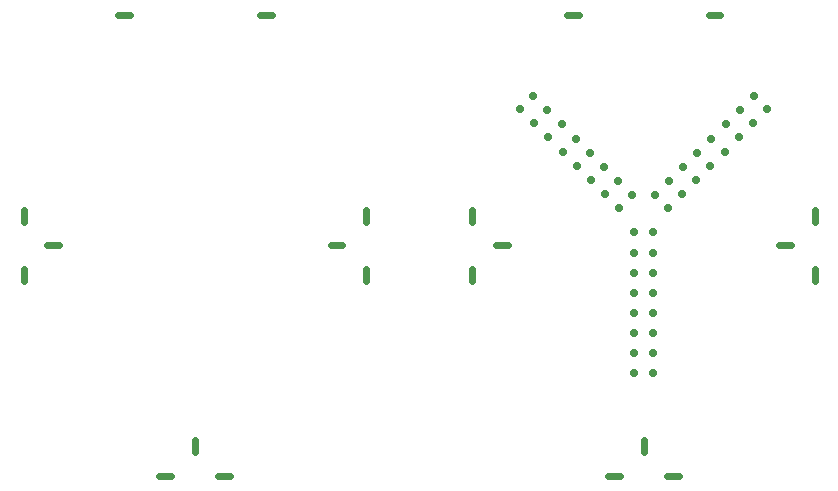
<source format=gtp>
%TF.GenerationSoftware,KiCad,Pcbnew,(6.0.4-0)*%
%TF.CreationDate,2022-05-06T03:23:39+03:00*%
%TF.ProjectId,Flux_Capacitor_Mini,466c7578-5f43-4617-9061-6369746f725f,4*%
%TF.SameCoordinates,PX55d4a80PY7270e00*%
%TF.FileFunction,Paste,Top*%
%TF.FilePolarity,Positive*%
%FSLAX46Y46*%
G04 Gerber Fmt 4.6, Leading zero omitted, Abs format (unit mm)*
G04 Created by KiCad (PCBNEW (6.0.4-0)) date 2022-05-06 03:23:39*
%MOMM*%
%LPD*%
G01*
G04 APERTURE LIST*
G04 Aperture macros list*
%AMRoundRect*
0 Rectangle with rounded corners*
0 $1 Rounding radius*
0 $2 $3 $4 $5 $6 $7 $8 $9 X,Y pos of 4 corners*
0 Add a 4 corners polygon primitive as box body*
4,1,4,$2,$3,$4,$5,$6,$7,$8,$9,$2,$3,0*
0 Add four circle primitives for the rounded corners*
1,1,$1+$1,$2,$3*
1,1,$1+$1,$4,$5*
1,1,$1+$1,$6,$7*
1,1,$1+$1,$8,$9*
0 Add four rect primitives between the rounded corners*
20,1,$1+$1,$2,$3,$4,$5,0*
20,1,$1+$1,$4,$5,$6,$7,0*
20,1,$1+$1,$6,$7,$8,$9,0*
20,1,$1+$1,$8,$9,$2,$3,0*%
G04 Aperture macros list end*
%ADD10C,0.600000*%
%ADD11RoundRect,0.150000X0.000000X-0.212132X0.212132X0.000000X0.000000X0.212132X-0.212132X0.000000X0*%
%ADD12RoundRect,0.150000X-0.150000X-0.150000X0.150000X-0.150000X0.150000X0.150000X-0.150000X0.150000X0*%
%ADD13RoundRect,0.150000X-0.212132X0.000000X0.000000X-0.212132X0.212132X0.000000X0.000000X0.212132X0*%
G04 APERTURE END LIST*
D10*
X99000000Y42000000D02*
X100000000Y42000000D01*
X61000000Y42000000D02*
X62000000Y42000000D01*
X93500000Y6000000D02*
X93500000Y5000000D01*
X96500000Y3000000D02*
X95500000Y3000000D01*
X91500000Y3000000D02*
X90500000Y3000000D01*
X82000000Y22500000D02*
X81000000Y22500000D01*
X79000000Y24500000D02*
X79000000Y25500000D01*
X79000000Y19500000D02*
X79000000Y20500000D01*
X87000000Y42000000D02*
X88000000Y42000000D01*
X53500000Y3000000D02*
X52500000Y3000000D01*
X58500000Y3000000D02*
X57500000Y3000000D01*
X55500000Y6000000D02*
X55500000Y5000000D01*
X49000000Y42000000D02*
X50000000Y42000000D01*
X105000000Y22500000D02*
X106000000Y22500000D01*
X108000000Y25500000D02*
X108000000Y24500000D01*
X108000000Y20500000D02*
X108000000Y19500000D01*
X67000000Y22500000D02*
X68000000Y22500000D01*
X70000000Y25500000D02*
X70000000Y24500000D01*
X70000000Y20500000D02*
X70000000Y19500000D01*
X44000000Y22500000D02*
X43000000Y22500000D01*
X41000000Y19500000D02*
X41000000Y20500000D01*
X41000000Y24500000D02*
X41000000Y25500000D01*
D11*
X84151543Y35151543D03*
X83048457Y34048457D03*
D12*
X92720000Y11700000D03*
X94280000Y11700000D03*
D13*
X95648457Y27951543D03*
X96751543Y26848457D03*
X101551543Y31648457D03*
X100448457Y32751543D03*
D12*
X94280000Y23600000D03*
X92720000Y23600000D03*
X92720000Y16800000D03*
X94280000Y16800000D03*
D13*
X96848457Y29151543D03*
X97951543Y28048457D03*
D12*
X94280000Y21900000D03*
X92720000Y21900000D03*
D13*
X99151543Y29248457D03*
X98048457Y30351543D03*
X102751543Y32848457D03*
X101648457Y33951543D03*
D11*
X92551543Y26751543D03*
X91448457Y25648457D03*
D12*
X92720000Y13400000D03*
X94280000Y13400000D03*
D11*
X89048457Y28048457D03*
X90151543Y29151543D03*
D13*
X100351543Y30448457D03*
X99248457Y31551543D03*
D11*
X86551543Y32751543D03*
X85448457Y31648457D03*
X88951543Y30351543D03*
X87848457Y29248457D03*
D13*
X103951543Y34048457D03*
X102848457Y35151543D03*
D12*
X92720000Y18500000D03*
X94280000Y18500000D03*
D11*
X90248457Y26848457D03*
X91351543Y27951543D03*
D12*
X94280000Y20200000D03*
X92720000Y20200000D03*
D11*
X86648457Y30448457D03*
X87751543Y31551543D03*
X85351543Y33951543D03*
X84248457Y32848457D03*
D12*
X94280000Y15100000D03*
X92720000Y15100000D03*
D13*
X95551543Y25648457D03*
X94448457Y26751543D03*
M02*

</source>
